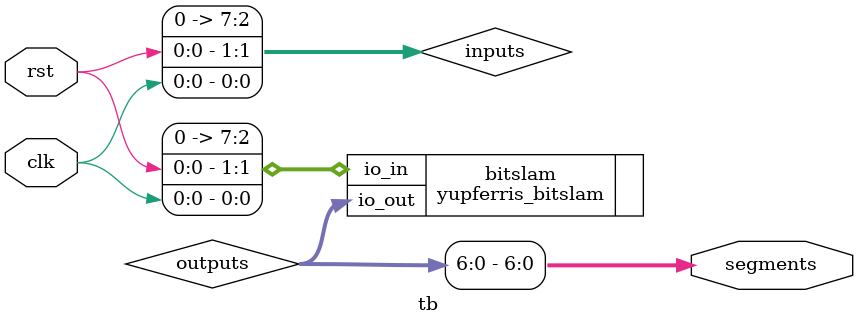
<source format=v>
`default_nettype none
`timescale 1ns/1ps

/*
this testbench just instantiates the module and makes some convenient wires
that can be driven / tested by the cocotb test.py
*/

module tb (
    // testbench is controlled by test.py
    input clk,
    input rst,
    output [6:0] segments
   );

    // this part dumps the trace to a vcd file that can be viewed with GTKWave
    initial begin
        $dumpfile ("tb.vcd");
        $dumpvars (0, tb);
        #1;
    end

    // wire up the inputs and outputs
    wire [7:0] inputs = {6'b0, rst, clk};
    wire [7:0] outputs;
    assign segments = outputs[6:0];

    // instantiate the DUT
    yupferris_bitslam bitslam(
        .io_in  (inputs),
        .io_out (outputs)
        );

endmodule

</source>
